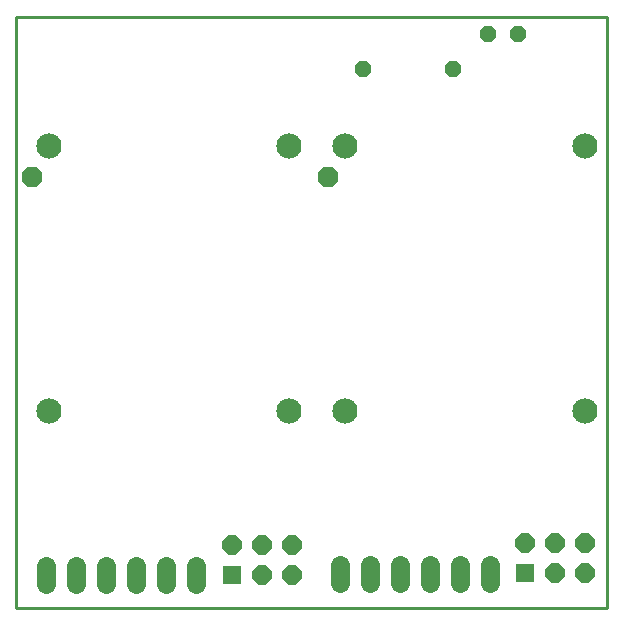
<source format=gbs>
G75*
G70*
%OFA0B0*%
%FSLAX24Y24*%
%IPPOS*%
%LPD*%
%AMOC8*
5,1,8,0,0,1.08239X$1,22.5*
%
%ADD10C,0.0100*%
%ADD11C,0.0640*%
%ADD12OC8,0.0670*%
%ADD13R,0.0640X0.0640*%
%ADD14OC8,0.0640*%
%ADD15C,0.0840*%
%ADD16OC8,0.0560*%
D10*
X001167Y001356D02*
X001167Y021031D01*
X020842Y021031D01*
X020842Y021056D01*
X020842Y021031D02*
X020842Y001356D01*
X001167Y001356D01*
D11*
X002148Y002144D02*
X002148Y002744D01*
X003148Y002744D02*
X003148Y002144D01*
X004148Y002144D02*
X004148Y002744D01*
X005148Y002744D02*
X005148Y002144D01*
X006148Y002144D02*
X006148Y002744D01*
X007148Y002744D02*
X007148Y002144D01*
X011967Y002167D02*
X011967Y002767D01*
X012967Y002767D02*
X012967Y002167D01*
X013967Y002167D02*
X013967Y002767D01*
X014967Y002767D02*
X014967Y002167D01*
X015967Y002167D02*
X015967Y002767D01*
X016967Y002767D02*
X016967Y002167D01*
D12*
X011567Y015706D03*
X001676Y015727D03*
D13*
X008355Y002450D03*
X018135Y002496D03*
D14*
X018135Y003496D03*
X019135Y003496D03*
X020135Y003496D03*
X020135Y002496D03*
X019135Y002496D03*
X010355Y002450D03*
X010355Y003450D03*
X009355Y003450D03*
X009355Y002450D03*
X008355Y003450D03*
D15*
X010267Y007906D03*
X012117Y007906D03*
X020117Y007906D03*
X020117Y016756D03*
X012117Y016756D03*
X010267Y016756D03*
X002267Y016756D03*
X002267Y007906D03*
D16*
X012727Y019296D03*
X015727Y019296D03*
X016887Y020466D03*
X017887Y020466D03*
M02*

</source>
